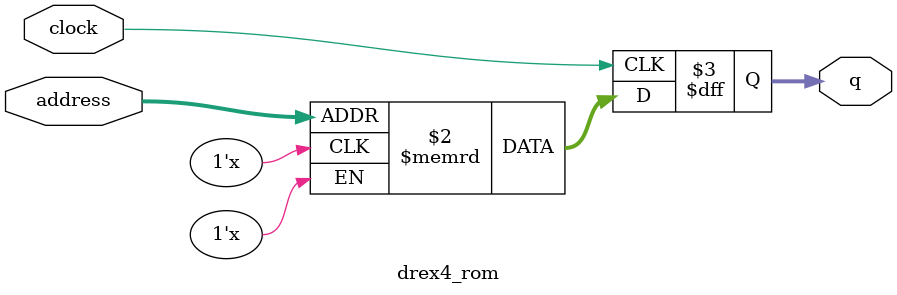
<source format=sv>
module drex4_rom (
	input logic clock,
	input logic [9:0] address,
	output logic [3:0] q
);

logic [3:0] memory [0:1023] /* synthesis ram_init_file = "./drex4/drex4.mif" */;

always_ff @ (posedge clock) begin
	q <= memory[address];
end

endmodule

</source>
